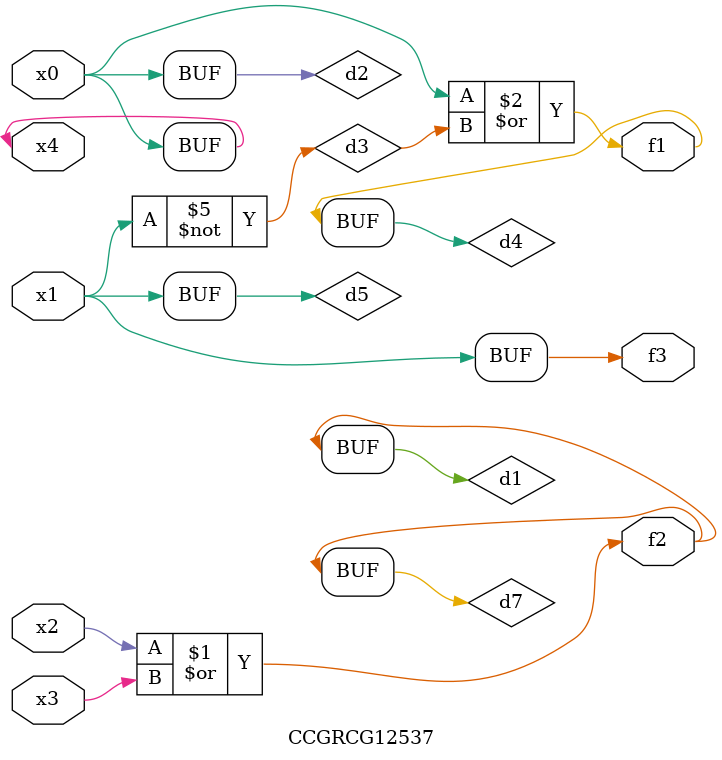
<source format=v>
module CCGRCG12537(
	input x0, x1, x2, x3, x4,
	output f1, f2, f3
);

	wire d1, d2, d3, d4, d5, d6, d7;

	or (d1, x2, x3);
	buf (d2, x0, x4);
	not (d3, x1);
	or (d4, d2, d3);
	not (d5, d3);
	nand (d6, d1, d3);
	or (d7, d1);
	assign f1 = d4;
	assign f2 = d7;
	assign f3 = d5;
endmodule

</source>
